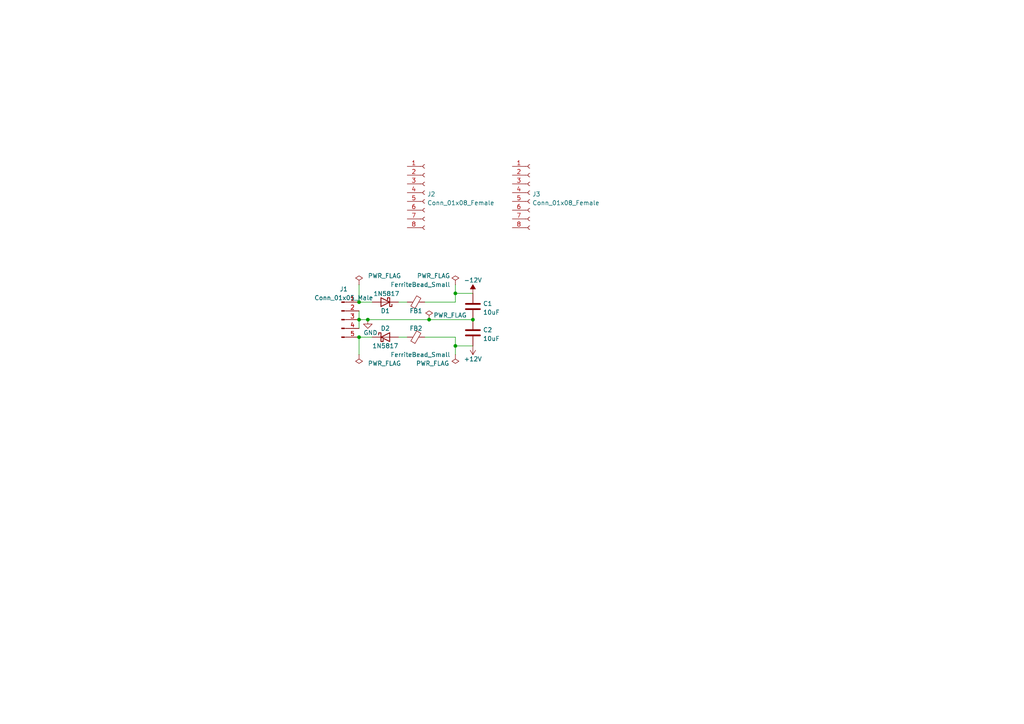
<source format=kicad_sch>
(kicad_sch (version 20211123) (generator eeschema)
  (paper "A4")
  (lib_symbols
    (symbol "Connector:Conn_01x05_Male" (pin_names (offset 1.016) hide)
      (property "Reference" "J" (at 0 7.62 0))
      (property "Value" "Conn_01x05_Male" (at 0 -7.62 0))
      (symbol "Conn_01x05_Male_1_1"
        (polyline (pts (xy 1.27 -5.08) (xy 0.8636 -5.08)) (stroke (width 0.1524)))
        (polyline (pts (xy 1.27 -2.54) (xy 0.8636 -2.54)) (stroke (width 0.1524)))
        (polyline (pts (xy 1.27 0) (xy 0.8636 0)) (stroke (width 0.1524)))
        (polyline (pts (xy 1.27 2.54) (xy 0.8636 2.54)) (stroke (width 0.1524)))
        (polyline (pts (xy 1.27 5.08) (xy 0.8636 5.08)) (stroke (width 0.1524)))
        (rectangle (start 0.8636 -4.953) (end 0 -5.207) (stroke (width 0.1524)) (fill (type outline)))
        (rectangle (start 0.8636 -2.413) (end 0 -2.667) (stroke (width 0.1524)) (fill (type outline)))
        (rectangle (start 0.8636 0.127) (end 0 -0.127) (stroke (width 0.1524)) (fill (type outline)))
        (rectangle (start 0.8636 2.667) (end 0 2.413) (stroke (width 0.1524)) (fill (type outline)))
        (rectangle (start 0.8636 5.207) (end 0 4.953) (stroke (width 0.1524)) (fill (type outline)))
        (pin passive line (at 5.08 5.08 180) (length 3.81) (name "Pin_1") (number "1"))
        (pin passive line (at 5.08 2.54 180) (length 3.81) (name "Pin_2") (number "2"))
        (pin passive line (at 5.08 0 180) (length 3.81) (name "Pin_3") (number "3"))
        (pin passive line (at 5.08 -2.54 180) (length 3.81) (name "Pin_4") (number "4"))
        (pin passive line (at 5.08 -5.08 180) (length 3.81) (name "Pin_5") (number "5"))
      )
    )
    (symbol "Connector:Conn_01x08_Female" (pin_names (offset 1.016) hide)
      (property "Reference" "J" (at 0 10.16 0))
      (property "Value" "Conn_01x08_Female" (at 0 -12.7 0))
      (symbol "Conn_01x08_Female_1_1"
        (arc (start 0 -9.652) (mid -0.508 -10.16) (end 0 -10.668) (stroke (width 0.1524)))
        (arc (start 0 -7.112) (mid -0.508 -7.62) (end 0 -8.128) (stroke (width 0.1524)))
        (arc (start 0 -4.572) (mid -0.508 -5.08) (end 0 -5.588) (stroke (width 0.1524)))
        (arc (start 0 -2.032) (mid -0.508 -2.54) (end 0 -3.048) (stroke (width 0.1524)))
        (polyline (pts (xy -1.27 -10.16) (xy -0.508 -10.16)) (stroke (width 0.1524)))
        (polyline (pts (xy -1.27 -7.62) (xy -0.508 -7.62)) (stroke (width 0.1524)))
        (polyline (pts (xy -1.27 -5.08) (xy -0.508 -5.08)) (stroke (width 0.1524)))
        (polyline (pts (xy -1.27 -2.54) (xy -0.508 -2.54)) (stroke (width 0.1524)))
        (polyline (pts (xy -1.27 0) (xy -0.508 0)) (stroke (width 0.1524)))
        (polyline (pts (xy -1.27 2.54) (xy -0.508 2.54)) (stroke (width 0.1524)))
        (polyline (pts (xy -1.27 5.08) (xy -0.508 5.08)) (stroke (width 0.1524)))
        (polyline (pts (xy -1.27 7.62) (xy -0.508 7.62)) (stroke (width 0.1524)))
        (arc (start 0 0.508) (mid -0.508 0) (end 0 -0.508) (stroke (width 0.1524)))
        (arc (start 0 3.048) (mid -0.508 2.54) (end 0 2.032) (stroke (width 0.1524)))
        (arc (start 0 5.588) (mid -0.508 5.08) (end 0 4.572) (stroke (width 0.1524)))
        (arc (start 0 8.128) (mid -0.508 7.62) (end 0 7.112) (stroke (width 0.1524)))
        (pin passive line (at -5.08 7.62 0) (length 3.81) (name "Pin_1") (number "1"))
        (pin passive line (at -5.08 5.08 0) (length 3.81) (name "Pin_2") (number "2"))
        (pin passive line (at -5.08 2.54 0) (length 3.81) (name "Pin_3") (number "3"))
        (pin passive line (at -5.08 0 0) (length 3.81) (name "Pin_4") (number "4"))
        (pin passive line (at -5.08 -2.54 0) (length 3.81) (name "Pin_5") (number "5"))
        (pin passive line (at -5.08 -5.08 0) (length 3.81) (name "Pin_6") (number "6"))
        (pin passive line (at -5.08 -7.62 0) (length 3.81) (name "Pin_7") (number "7"))
        (pin passive line (at -5.08 -10.16 0) (length 3.81) (name "Pin_8") (number "8"))
      )
    )
    (symbol "Device:C" (pin_numbers hide) (pin_names (offset 0.254))
      (property "Reference" "C" (at 0.635 2.54 0))
      (property "Value" "C" (at 0.635 -2.54 0))
      (symbol "C_0_1"
        (polyline (pts (xy -2.032 -0.762) (xy 2.032 -0.762)) (stroke (width 0.508)))
        (polyline (pts (xy -2.032 0.762) (xy 2.032 0.762)) (stroke (width 0.508)))
      )
      (symbol "C_1_1"
        (pin passive line (at 0 3.81 270) (length 2.794) (name "~") (number "1"))
        (pin passive line (at 0 -3.81 90) (length 2.794) (name "~") (number "2"))
      )
    )
    (symbol "Device:FerriteBead_Small" (pin_numbers hide) (pin_names (offset 0))
      (property "Reference" "FB" (at 1.905 1.27 0))
      (property "Value" "FerriteBead_Small" (at 1.905 -1.27 0))
      (symbol "FerriteBead_Small_0_1"
        (polyline (pts (xy 0 -1.27) (xy 0 -0.7874)))
        (polyline (pts (xy 0 0.889) (xy 0 1.2954)))
        (polyline (pts (xy -1.8288 0.2794) (xy -1.1176 1.4986) (xy 1.8288 -0.2032) (xy 1.1176 -1.4224) (xy -1.8288 0.2794)))
      )
      (symbol "FerriteBead_Small_1_1"
        (pin passive line (at 0 2.54 270) (length 1.27) (name "~") (number "1"))
        (pin passive line (at 0 -2.54 90) (length 1.27) (name "~") (number "2"))
      )
    )
    (symbol "Diode:1N5817" (pin_numbers hide) (pin_names (offset 1.016) hide)
      (property "Reference" "D" (at 0 2.54 0))
      (property "Value" "1N5817" (at 0 -2.54 0))
      (symbol "1N5817_0_1"
        (polyline (pts (xy 1.27 0) (xy -1.27 0)))
        (polyline (pts (xy 1.27 1.27) (xy 1.27 -1.27) (xy -1.27 0) (xy 1.27 1.27)) (stroke (width 0.254)))
        (polyline (pts (xy -1.905 0.635) (xy -1.905 1.27) (xy -1.27 1.27) (xy -1.27 -1.27) (xy -0.635 -1.27) (xy -0.635 -0.635)) (stroke (width 0.254)))
      )
      (symbol "1N5817_1_1"
        (pin passive line (at -3.81 0 0) (length 2.54) (name "K") (number "1"))
        (pin passive line (at 3.81 0 180) (length 2.54) (name "A") (number "2"))
      )
    )
    (symbol "power:+12V" (power) (pin_names (offset 0))
      (property "Value" "+12V" (at 0 3.556 0))
      (symbol "+12V_0_1"
        (polyline (pts (xy -0.762 1.27) (xy 0 2.54)))
        (polyline (pts (xy 0 0) (xy 0 2.54)))
        (polyline (pts (xy 0 2.54) (xy 0.762 1.27)))
      )
      (symbol "+12V_1_1"
        (pin power_in line (at 0 0 90) (length 0) hide (name "+12V") (number "1"))
      )
    )
    (symbol "power:-12V" (power) (pin_names (offset 0))
      (property "Value" "-12V" (at 0 3.81 0))
      (symbol "-12V_0_0"
        (pin power_in line (at 0 0 90) (length 0) hide (name "-12V") (number "1"))
      )
      (symbol "-12V_0_1"
        (polyline (pts (xy 0 0) (xy 0 1.27) (xy 0.762 1.27) (xy 0 2.54) (xy -0.762 1.27) (xy 0 1.27)) (fill (type outline)))
      )
    )
    (symbol "power:GND" (power) (pin_names (offset 0))
      (property "Value" "GND" (at 0 -3.81 0))
      (symbol "GND_0_1"
        (polyline (pts (xy 0 0) (xy 0 -1.27) (xy 1.27 -1.27) (xy 0 -2.54) (xy -1.27 -1.27) (xy 0 -1.27)))
      )
      (symbol "GND_1_1"
        (pin power_in line (at 0 0 270) (length 0) hide (name "GND") (number "1"))
      )
    )
    (symbol "power:PWR_FLAG" (power) (pin_numbers hide) (pin_names (offset 0) hide)
      (property "Value" "PWR_FLAG" (at 0 3.81 0))
      (symbol "PWR_FLAG_0_0"
        (pin power_out line (at 0 0 90) (length 0) (name "pwr") (number "1"))
      )
      (symbol "PWR_FLAG_0_1"
        (polyline (pts (xy 0 0) (xy 0 1.27) (xy -1.016 1.905) (xy 0 2.54) (xy 1.016 1.905) (xy 0 1.27)))
      )
    )
  )
  (junction (at 124.46 92.71))
  (junction (at 132.08 85.09))
  (junction (at 104.14 97.79))
  (junction (at 132.08 100.33))
  (junction (at 137.16 92.71))
  (junction (at 104.14 92.71))
  (junction (at 106.68 92.71))
  (junction (at 104.14 87.63))
  (wire (pts (xy 106.68 92.71) (xy 124.46 92.71)))
  (wire (pts (xy 118.11 97.79) (xy 115.57 97.79)))
  (wire (pts (xy 137.16 100.33) (xy 132.08 100.33)))
  (wire (pts (xy 104.14 97.79) (xy 104.14 102.87)))
  (wire (pts (xy 132.08 102.87) (xy 132.08 100.33)))
  (wire (pts (xy 132.08 100.33) (xy 132.08 97.79)))
  (wire (pts (xy 104.14 90.17) (xy 104.14 92.71)))
  (wire (pts (xy 104.14 82.55) (xy 104.14 87.63)))
  (wire (pts (xy 124.46 92.71) (xy 137.16 92.71)))
  (wire (pts (xy 132.08 85.09) (xy 132.08 87.63)))
  (wire (pts (xy 104.14 87.63) (xy 107.95 87.63)))
  (wire (pts (xy 137.16 85.09) (xy 132.08 85.09)))
  (wire (pts (xy 118.11 87.63) (xy 115.57 87.63)))
  (wire (pts (xy 104.14 97.79) (xy 107.95 97.79)))
  (wire (pts (xy 106.68 92.71) (xy 104.14 92.71)))
  (wire (pts (xy 132.08 82.55) (xy 132.08 85.09)))
  (wire (pts (xy 132.08 97.79) (xy 123.19 97.79)))
  (wire (pts (xy 104.14 92.71) (xy 104.14 95.25)))
  (wire (pts (xy 132.08 87.63) (xy 123.19 87.63)))
  (symbol (lib_id "Connector:Conn_01x08_Female") (at 153.67 55.88 0) (unit 1)
    (property "Reference" "J3" (at 154.3812 56.3153 0) (effects (justify left)))
    (property "Value" "Conn_01x08_Female" (at 154.3812 58.8522 0) (effects (justify left)))
    (property "Footprint" "Connector_PinSocket_2.54mm:PinSocket_1x08_P2.54mm_Vertical" (effects hide))
  )
  (symbol (lib_id "power:PWR_FLAG") (at 132.08 82.55 0) (unit 1)
    (property "Reference" "#FLG0104" (effects hide))
    (property "Value" "PWR_FLAG" (at 125.73 80.01 0))
  )
  (symbol (lib_id "power:+12V") (at 137.16 100.33 180) (unit 1)
    (property "Reference" "#PWR0104" (effects hide))
    (property "Value" "+12V" (at 137.16 104.14 0))
  )
  (symbol (lib_id "Device:C") (at 137.16 96.52 0) (unit 1)
    (property "Reference" "C2" (at 140.081 95.6853 0) (effects (justify left)))
    (property "Value" "10uF" (at 140.081 98.2222 0) (effects (justify left)))
    (property "Footprint" "Capacitor_SMD:C_0805_2012Metric" (effects hide))
  )
  (symbol (lib_id "Diode:1N5817") (at 111.76 87.63 180) (unit 1)
    (property "Reference" "D1" (at 111.76 90.17 0))
    (property "Value" "1N5817" (at 112.0775 85.1971 0))
    (property "Footprint" "Diode_SMD:D_SOD-123" (effects hide))
    (property "Datasheet" "http://www.vishay.com/docs/88525/1n5817.pdf" (effects hide))
  )
  (symbol (lib_id "Diode:1N5817") (at 111.76 97.79 0) (unit 1)
    (property "Reference" "D2" (at 111.76 95.25 0))
    (property "Value" "1N5817" (at 111.76 100.33 0))
    (property "Footprint" "Diode_SMD:D_SOD-123" (effects hide))
    (property "Datasheet" "http://www.vishay.com/docs/88525/1n5817.pdf" (effects hide))
  )
  (symbol (lib_id "power:PWR_FLAG") (at 132.08 102.87 180) (unit 1)
    (property "Reference" "#FLG0103" (effects hide))
    (property "Value" "PWR_FLAG" (at 120.65 105.41 0) (effects (justify right)))
  )
  (symbol (lib_id "power:PWR_FLAG") (at 104.14 102.87 180) (unit 1)
    (property "Reference" "#FLG0101" (effects hide))
    (property "Value" "PWR_FLAG" (at 106.68 105.41 0) (effects (justify right)))
  )
  (symbol (lib_id "Connector:Conn_01x08_Female") (at 123.19 55.88 0) (unit 1)
    (property "Reference" "J2" (at 123.9012 56.3153 0) (effects (justify left)))
    (property "Value" "Conn_01x08_Female" (at 123.9012 58.8522 0) (effects (justify left)))
    (property "Footprint" "Connector_PinSocket_2.54mm:PinSocket_1x08_P2.54mm_Vertical" (effects hide))
  )
  (symbol (lib_id "Device:FerriteBead_Small") (at 120.65 97.79 90) (unit 1)
    (property "Reference" "FB2" (at 120.65 95.25 90))
    (property "Value" "FerriteBead_Small" (at 121.92 102.87 90))
    (property "Footprint" "Resistor_SMD:R_0603_1608Metric" (effects hide))
  )
  (symbol (lib_id "Device:C") (at 137.16 88.9 0) (unit 1)
    (property "Reference" "C1" (at 140.081 88.0653 0) (effects (justify left)))
    (property "Value" "10uF" (at 140.081 90.6022 0) (effects (justify left)))
    (property "Footprint" "Capacitor_SMD:C_0805_2012Metric" (effects hide))
  )
  (symbol (lib_id "Device:FerriteBead_Small") (at 120.65 87.63 90) (unit 1)
    (property "Reference" "FB1" (at 120.65 90.17 90))
    (property "Value" "FerriteBead_Small" (at 121.92 82.55 90))
    (property "Footprint" "Resistor_SMD:R_0603_1608Metric" (effects hide))
  )
  (symbol (lib_id "power:GND") (at 106.68 92.71 0) (unit 1)
    (property "Reference" "#PWR0102" (effects hide))
    (property "Value" "GND" (at 105.41 96.52 0) (effects (justify left)))
  )
  (symbol (lib_id "power:PWR_FLAG") (at 104.14 82.55 0) (unit 1)
    (property "Reference" "#FLG0102" (effects hide))
    (property "Value" "PWR_FLAG" (at 106.68 80.01 0) (effects (justify left)))
  )
  (symbol (lib_id "power:-12V") (at 137.16 85.09 0) (unit 1)
    (property "Reference" "#PWR0103" (effects hide))
    (property "Value" "-12V" (at 137.16 81.28 0))
  )
  (symbol (lib_id "power:PWR_FLAG") (at 124.46 92.71 0) (unit 1)
    (property "Reference" "#FLG0105" (effects hide))
    (property "Value" "PWR_FLAG" (at 125.73 91.44 0) (effects (justify left)))
  )
  (symbol (lib_id "Connector:Conn_01x05_Male") (at 99.06 92.71 0) (unit 1)
    (property "Reference" "J1" (at 99.695 83.854 0))
    (property "Value" "Conn_01x05_Male" (at 99.695 86.3909 0))
    (property "Footprint" "Connector_PinHeader_2.54mm:PinHeader_1x05_P2.54mm_Vertical" (effects hide))
  )
)
</source>
